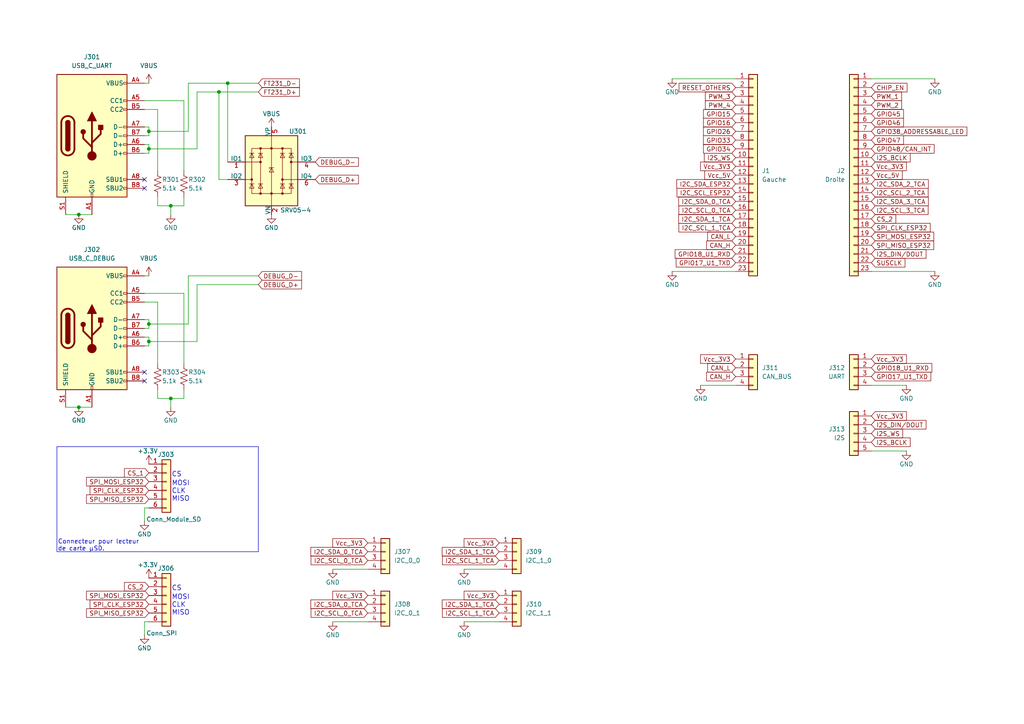
<source format=kicad_sch>
(kicad_sch (version 20231120) (generator "eeschema") (generator_version "8.0")
  (paper "A4")
  (lib_symbols
    (symbol "Connector:USB_C_Receptacle_USB2.0" (pin_names (offset 1.016))
      (property "Reference" "J" (at -10.16 19.05 0))
      (property "Value" "USB_C_Receptacle_USB2.0" (at 19.05 19.05 0))
      (symbol "USB_C_Receptacle_USB2.0_0_0"
        (rectangle (start -0.254 -17.78) (end 0.254 -16.764))
        (rectangle (start 10.16 -14.986) (end 9.144 -15.494))
        (rectangle (start 10.16 -12.446) (end 9.144 -12.954))
        (rectangle (start 10.16 -4.826) (end 9.144 -5.334))
        (rectangle (start 10.16 -2.286) (end 9.144 -2.794))
        (rectangle (start 10.16 0.254) (end 9.144 -0.254))
        (rectangle (start 10.16 2.794) (end 9.144 2.286))
        (rectangle (start 10.16 7.874) (end 9.144 7.366))
        (rectangle (start 10.16 10.414) (end 9.144 9.906))
        (rectangle (start 10.16 15.494) (end 9.144 14.986))
      )
      (symbol "USB_C_Receptacle_USB2.0_0_1"
        (rectangle (start -10.16 17.78) (end 10.16 -17.78) (stroke (width 0.254)) (fill (type background)))
        (arc (start -8.89 -3.81) (mid -6.985 -5.7067) (end -5.08 -3.81) (stroke (width 0.508)))
        (arc (start -7.62 -3.81) (mid -6.985 -4.4423) (end -6.35 -3.81) (stroke (width 0.254)))
        (arc (start -7.62 -3.81) (mid -6.985 -4.4423) (end -6.35 -3.81) (stroke (width 0.254)) (fill (type outline)))
        (rectangle (start -7.62 -3.81) (end -6.35 3.81) (stroke (width 0.254)) (fill (type outline)))
        (arc (start -6.35 3.81) (mid -6.985 4.4423) (end -7.62 3.81) (stroke (width 0.254)))
        (arc (start -6.35 3.81) (mid -6.985 4.4423) (end -7.62 3.81) (stroke (width 0.254)) (fill (type outline)))
        (arc (start -5.08 3.81) (mid -6.985 5.7067) (end -8.89 3.81) (stroke (width 0.508)))
        (circle (center -2.54 1.143) (radius 0.635) (stroke (width 0.254)) (fill (type outline)))
        (circle (center 0 -5.842) (radius 1.27) (fill (type outline)))
        (polyline (pts (xy -8.89 -3.81) (xy -8.89 3.81)) (stroke (width 0.508)))
        (polyline (pts (xy -5.08 3.81) (xy -5.08 -3.81)) (stroke (width 0.508)))
        (polyline (pts (xy 0 -5.842) (xy 0 4.318)) (stroke (width 0.508)))
        (polyline (pts (xy 0 -3.302) (xy -2.54 -0.762) (xy -2.54 0.508)) (stroke (width 0.508)))
        (polyline (pts (xy 0 -2.032) (xy 2.54 0.508) (xy 2.54 1.778)) (stroke (width 0.508)))
        (polyline (pts (xy -1.27 4.318) (xy 0 6.858) (xy 1.27 4.318) (xy -1.27 4.318)) (stroke (width 0.254)) (fill (type outline)))
        (rectangle (start 1.905 1.778) (end 3.175 3.048) (stroke (width 0.254)) (fill (type outline)))
      )
      (symbol "USB_C_Receptacle_USB2.0_1_1"
        (pin passive line (at 0 -22.86 90) (length 5.08) (name "GND") (number "A1"))
        (pin passive line (at 0 -22.86 90) (length 5.08) hide (name "GND") (number "A12"))
        (pin passive line (at 15.24 15.24 180) (length 5.08) (name "VBUS") (number "A4"))
        (pin bidirectional line (at 15.24 10.16 180) (length 5.08) (name "CC1") (number "A5"))
        (pin bidirectional line (at 15.24 -2.54 180) (length 5.08) (name "D+") (number "A6"))
        (pin bidirectional line (at 15.24 2.54 180) (length 5.08) (name "D-") (number "A7"))
        (pin bidirectional line (at 15.24 -12.7 180) (length 5.08) (name "SBU1") (number "A8"))
        (pin passive line (at 15.24 15.24 180) (length 5.08) hide (name "VBUS") (number "A9"))
        (pin passive line (at 0 -22.86 90) (length 5.08) hide (name "GND") (number "B1"))
        (pin passive line (at 0 -22.86 90) (length 5.08) hide (name "GND") (number "B12"))
        (pin passive line (at 15.24 15.24 180) (length 5.08) hide (name "VBUS") (number "B4"))
        (pin bidirectional line (at 15.24 7.62 180) (length 5.08) (name "CC2") (number "B5"))
        (pin bidirectional line (at 15.24 -5.08 180) (length 5.08) (name "D+") (number "B6"))
        (pin bidirectional line (at 15.24 0 180) (length 5.08) (name "D-") (number "B7"))
        (pin bidirectional line (at 15.24 -15.24 180) (length 5.08) (name "SBU2") (number "B8"))
        (pin passive line (at 15.24 15.24 180) (length 5.08) hide (name "VBUS") (number "B9"))
        (pin passive line (at -7.62 -22.86 90) (length 5.08) (name "SHIELD") (number "S1"))
      )
    )
    (symbol "Connector_Generic:Conn_01x04" (pin_names (offset 1.016) hide)
      (property "Reference" "J" (at 0 5.08 0))
      (property "Value" "Conn_01x04" (at 0 -7.62 0))
      (symbol "Conn_01x04_1_1"
        (rectangle (start -1.27 -4.953) (end 0 -5.207) (stroke (width 0.1524)))
        (rectangle (start -1.27 -2.413) (end 0 -2.667) (stroke (width 0.1524)))
        (rectangle (start -1.27 0.127) (end 0 -0.127) (stroke (width 0.1524)))
        (rectangle (start -1.27 2.667) (end 0 2.413) (stroke (width 0.1524)))
        (rectangle (start -1.27 3.81) (end 1.27 -6.35) (stroke (width 0.254)) (fill (type background)))
        (pin passive line (at -5.08 2.54 0) (length 3.81) (name "Pin_1") (number "1"))
        (pin passive line (at -5.08 0 0) (length 3.81) (name "Pin_2") (number "2"))
        (pin passive line (at -5.08 -2.54 0) (length 3.81) (name "Pin_3") (number "3"))
        (pin passive line (at -5.08 -5.08 0) (length 3.81) (name "Pin_4") (number "4"))
      )
    )
    (symbol "Connector_Generic:Conn_01x05" (pin_names (offset 1.016) hide)
      (property "Reference" "J" (at 0 7.62 0))
      (property "Value" "Conn_01x05" (at 0 -7.62 0))
      (symbol "Conn_01x05_1_1"
        (rectangle (start -1.27 -4.953) (end 0 -5.207) (stroke (width 0.1524)))
        (rectangle (start -1.27 -2.413) (end 0 -2.667) (stroke (width 0.1524)))
        (rectangle (start -1.27 0.127) (end 0 -0.127) (stroke (width 0.1524)))
        (rectangle (start -1.27 2.667) (end 0 2.413) (stroke (width 0.1524)))
        (rectangle (start -1.27 5.207) (end 0 4.953) (stroke (width 0.1524)))
        (rectangle (start -1.27 6.35) (end 1.27 -6.35) (stroke (width 0.254)) (fill (type background)))
        (pin passive line (at -5.08 5.08 0) (length 3.81) (name "Pin_1") (number "1"))
        (pin passive line (at -5.08 2.54 0) (length 3.81) (name "Pin_2") (number "2"))
        (pin passive line (at -5.08 0 0) (length 3.81) (name "Pin_3") (number "3"))
        (pin passive line (at -5.08 -2.54 0) (length 3.81) (name "Pin_4") (number "4"))
        (pin passive line (at -5.08 -5.08 0) (length 3.81) (name "Pin_5") (number "5"))
      )
    )
    (symbol "Connector_Generic:Conn_01x06" (pin_names (offset 1.016) hide)
      (property "Reference" "J" (at 0 7.62 0))
      (property "Value" "Conn_01x06" (at 0 -10.16 0))
      (symbol "Conn_01x06_1_1"
        (rectangle (start -1.27 -7.493) (end 0 -7.747) (stroke (width 0.1524)))
        (rectangle (start -1.27 -4.953) (end 0 -5.207) (stroke (width 0.1524)))
        (rectangle (start -1.27 -2.413) (end 0 -2.667) (stroke (width 0.1524)))
        (rectangle (start -1.27 0.127) (end 0 -0.127) (stroke (width 0.1524)))
        (rectangle (start -1.27 2.667) (end 0 2.413) (stroke (width 0.1524)))
        (rectangle (start -1.27 5.207) (end 0 4.953) (stroke (width 0.1524)))
        (rectangle (start -1.27 6.35) (end 1.27 -8.89) (stroke (width 0.254)) (fill (type background)))
        (pin passive line (at -5.08 5.08 0) (length 3.81) (name "Pin_1") (number "1"))
        (pin passive line (at -5.08 2.54 0) (length 3.81) (name "Pin_2") (number "2"))
        (pin passive line (at -5.08 0 0) (length 3.81) (name "Pin_3") (number "3"))
        (pin passive line (at -5.08 -2.54 0) (length 3.81) (name "Pin_4") (number "4"))
        (pin passive line (at -5.08 -5.08 0) (length 3.81) (name "Pin_5") (number "5"))
        (pin passive line (at -5.08 -7.62 0) (length 3.81) (name "Pin_6") (number "6"))
      )
    )
    (symbol "Connector_Generic:Conn_01x23" (pin_names (offset 1.016) hide)
      (property "Reference" "J" (at 0 30.48 0))
      (property "Value" "Conn_01x23" (at 0 -30.48 0))
      (symbol "Conn_01x23_1_1"
        (rectangle (start -1.27 -27.813) (end 0 -28.067) (stroke (width 0.1524)))
        (rectangle (start -1.27 -25.273) (end 0 -25.527) (stroke (width 0.1524)))
        (rectangle (start -1.27 -22.733) (end 0 -22.987) (stroke (width 0.1524)))
        (rectangle (start -1.27 -20.193) (end 0 -20.447) (stroke (width 0.1524)))
        (rectangle (start -1.27 -17.653) (end 0 -17.907) (stroke (width 0.1524)))
        (rectangle (start -1.27 -15.113) (end 0 -15.367) (stroke (width 0.1524)))
        (rectangle (start -1.27 -12.573) (end 0 -12.827) (stroke (width 0.1524)))
        (rectangle (start -1.27 -10.033) (end 0 -10.287) (stroke (width 0.1524)))
        (rectangle (start -1.27 -7.493) (end 0 -7.747) (stroke (width 0.1524)))
        (rectangle (start -1.27 -4.953) (end 0 -5.207) (stroke (width 0.1524)))
        (rectangle (start -1.27 -2.413) (end 0 -2.667) (stroke (width 0.1524)))
        (rectangle (start -1.27 0.127) (end 0 -0.127) (stroke (width 0.1524)))
        (rectangle (start -1.27 2.667) (end 0 2.413) (stroke (width 0.1524)))
        (rectangle (start -1.27 5.207) (end 0 4.953) (stroke (width 0.1524)))
        (rectangle (start -1.27 7.747) (end 0 7.493) (stroke (width 0.1524)))
        (rectangle (start -1.27 10.287) (end 0 10.033) (stroke (width 0.1524)))
        (rectangle (start -1.27 12.827) (end 0 12.573) (stroke (width 0.1524)))
        (rectangle (start -1.27 15.367) (end 0 15.113) (stroke (width 0.1524)))
        (rectangle (start -1.27 17.907) (end 0 17.653) (stroke (width 0.1524)))
        (rectangle (start -1.27 20.447) (end 0 20.193) (stroke (width 0.1524)))
        (rectangle (start -1.27 22.987) (end 0 22.733) (stroke (width 0.1524)))
        (rectangle (start -1.27 25.527) (end 0 25.273) (stroke (width 0.1524)))
        (rectangle (start -1.27 28.067) (end 0 27.813) (stroke (width 0.1524)))
        (rectangle (start -1.27 29.21) (end 1.27 -29.21) (stroke (width 0.254)) (fill (type background)))
        (pin passive line (at -5.08 27.94 0) (length 3.81) (name "Pin_1") (number "1"))
        (pin passive line (at -5.08 5.08 0) (length 3.81) (name "Pin_10") (number "10"))
        (pin passive line (at -5.08 2.54 0) (length 3.81) (name "Pin_11") (number "11"))
        (pin passive line (at -5.08 0 0) (length 3.81) (name "Pin_12") (number "12"))
        (pin passive line (at -5.08 -2.54 0) (length 3.81) (name "Pin_13") (number "13"))
        (pin passive line (at -5.08 -5.08 0) (length 3.81) (name "Pin_14") (number "14"))
        (pin passive line (at -5.08 -7.62 0) (length 3.81) (name "Pin_15") (number "15"))
        (pin passive line (at -5.08 -10.16 0) (length 3.81) (name "Pin_16") (number "16"))
        (pin passive line (at -5.08 -12.7 0) (length 3.81) (name "Pin_17") (number "17"))
        (pin passive line (at -5.08 -15.24 0) (length 3.81) (name "Pin_18") (number "18"))
        (pin passive line (at -5.08 -17.78 0) (length 3.81) (name "Pin_19") (number "19"))
        (pin passive line (at -5.08 25.4 0) (length 3.81) (name "Pin_2") (number "2"))
        (pin passive line (at -5.08 -20.32 0) (length 3.81) (name "Pin_20") (number "20"))
        (pin passive line (at -5.08 -22.86 0) (length 3.81) (name "Pin_21") (number "21"))
        (pin passive line (at -5.08 -25.4 0) (length 3.81) (name "Pin_22") (number "22"))
        (pin passive line (at -5.08 -27.94 0) (length 3.81) (name "Pin_23") (number "23"))
        (pin passive line (at -5.08 22.86 0) (length 3.81) (name "Pin_3") (number "3"))
        (pin passive line (at -5.08 20.32 0) (length 3.81) (name "Pin_4") (number "4"))
        (pin passive line (at -5.08 17.78 0) (length 3.81) (name "Pin_5") (number "5"))
        (pin passive line (at -5.08 15.24 0) (length 3.81) (name "Pin_6") (number "6"))
        (pin passive line (at -5.08 12.7 0) (length 3.81) (name "Pin_7") (number "7"))
        (pin passive line (at -5.08 10.16 0) (length 3.81) (name "Pin_8") (number "8"))
        (pin passive line (at -5.08 7.62 0) (length 3.81) (name "Pin_9") (number "9"))
      )
    )
    (symbol "Device:R_US" (pin_numbers hide) (pin_names (offset 0))
      (property "Reference" "R" (at 2.54 0 90))
      (property "Value" "R_US" (at -2.54 0 90))
      (symbol "R_US_0_1"
        (polyline (pts (xy 0 -2.286) (xy 0 -2.54)))
        (polyline (pts (xy 0 2.286) (xy 0 2.54)))
        (polyline (pts (xy 0 -0.762) (xy 1.016 -1.143) (xy 0 -1.524) (xy -1.016 -1.905) (xy 0 -2.286)))
        (polyline (pts (xy 0 0.762) (xy 1.016 0.381) (xy 0 0) (xy -1.016 -0.381) (xy 0 -0.762)))
        (polyline (pts (xy 0 2.286) (xy 1.016 1.905) (xy 0 1.524) (xy -1.016 1.143) (xy 0 0.762)))
      )
      (symbol "R_US_1_1"
        (pin passive line (at 0 3.81 270) (length 1.27) (name "~") (number "1"))
        (pin passive line (at 0 -3.81 90) (length 1.27) (name "~") (number "2"))
      )
    )
    (symbol "GND_1" (power) (pin_numbers hide) (pin_names (offset 0) hide)
      (property "Value" "GND" (at 0 -3.81 0))
      (symbol "GND_1_0_1"
        (polyline (pts (xy 0 0) (xy 0 -1.27) (xy 1.27 -1.27) (xy 0 -2.54) (xy -1.27 -1.27) (xy 0 -1.27)))
      )
      (symbol "GND_1_1_1"
        (pin power_in line (at 0 0 270) (length 0) (name "~") (number "1"))
      )
    )
    (symbol "Power_Protection:SRV05-4" (pin_names (offset 0))
      (property "Reference" "U" (at -5.08 11.43 0))
      (property "Value" "SRV05-4" (at 2.54 11.43 0))
      (symbol "SRV05-4_0_0"
        (rectangle (start -5.715 6.477) (end 5.715 -6.604))
        (polyline (pts (xy -3.175 -6.604) (xy -3.175 6.477)))
        (polyline (pts (xy 3.175 6.477) (xy 3.175 -6.604)))
      )
      (symbol "SRV05-4_0_1"
        (rectangle (start -7.62 10.16) (end 7.62 -10.16) (stroke (width 0.254)) (fill (type background)))
        (circle (center -5.715 -2.54) (radius 0.2794) (fill (type outline)))
        (circle (center -3.175 -6.604) (radius 0.2794) (fill (type outline)))
        (circle (center -3.175 2.54) (radius 0.2794) (fill (type outline)))
        (circle (center -3.175 6.477) (radius 0.2794) (fill (type outline)))
        (circle (center 0 -6.604) (radius 0.2794) (fill (type outline)))
        (polyline (pts (xy -7.747 2.54) (xy -3.175 2.54)))
        (polyline (pts (xy -7.62 -2.54) (xy -5.715 -2.54)))
        (polyline (pts (xy -5.08 -3.81) (xy -6.35 -3.81)))
        (polyline (pts (xy -5.08 5.08) (xy -6.35 5.08)))
        (polyline (pts (xy -2.54 -3.81) (xy -3.81 -3.81)))
        (polyline (pts (xy -2.54 5.08) (xy -3.81 5.08)))
        (polyline (pts (xy 0 10.16) (xy 0 -10.16)))
        (polyline (pts (xy 3.81 -3.81) (xy 2.54 -3.81)))
        (polyline (pts (xy 3.81 5.08) (xy 2.54 5.08)))
        (polyline (pts (xy 6.35 -3.81) (xy 5.08 -3.81)))
        (polyline (pts (xy 6.35 5.08) (xy 5.08 5.08)))
        (polyline (pts (xy 7.62 -2.54) (xy 3.175 -2.54)))
        (polyline (pts (xy 7.62 2.54) (xy 5.715 2.54)))
        (polyline (pts (xy 0.635 0.889) (xy -0.635 0.889) (xy -0.635 0.635)))
        (polyline (pts (xy -5.08 -5.08) (xy -6.35 -5.08) (xy -5.715 -3.81) (xy -5.08 -5.08)))
        (polyline (pts (xy -5.08 3.81) (xy -6.35 3.81) (xy -5.715 5.08) (xy -5.08 3.81)))
        (polyline (pts (xy -2.54 -5.08) (xy -3.81 -5.08) (xy -3.175 -3.81) (xy -2.54 -5.08)))
        (polyline (pts (xy -2.54 3.81) (xy -3.81 3.81) (xy -3.175 5.08) (xy -2.54 3.81)))
        (polyline (pts (xy 0.635 -0.381) (xy -0.635 -0.381) (xy 0 0.889) (xy 0.635 -0.381)))
        (polyline (pts (xy 3.81 -5.08) (xy 2.54 -5.08) (xy 3.175 -3.81) (xy 3.81 -5.08)))
        (polyline (pts (xy 3.81 3.81) (xy 2.54 3.81) (xy 3.175 5.08) (xy 3.81 3.81)))
        (polyline (pts (xy 6.35 -5.08) (xy 5.08 -5.08) (xy 5.715 -3.81) (xy 6.35 -5.08)))
        (polyline (pts (xy 6.35 3.81) (xy 5.08 3.81) (xy 5.715 5.08) (xy 6.35 3.81)))
        (circle (center 0 6.477) (radius 0.2794) (fill (type outline)))
        (circle (center 3.175 -6.604) (radius 0.2794) (fill (type outline)))
        (circle (center 3.175 -2.54) (radius 0.2794) (fill (type outline)))
        (circle (center 3.175 6.477) (radius 0.2794) (fill (type outline)))
        (circle (center 5.715 2.54) (radius 0.2794) (fill (type outline)))
      )
      (symbol "SRV05-4_1_1"
        (pin passive line (at -12.7 2.54 0) (length 5.08) (name "IO1") (number "1"))
        (pin passive line (at 0 -12.7 90) (length 2.54) (name "VN") (number "2"))
        (pin passive line (at -12.7 -2.54 0) (length 5.08) (name "IO2") (number "3"))
        (pin passive line (at 12.7 2.54 180) (length 5.08) (name "IO3") (number "4"))
        (pin passive line (at 0 12.7 270) (length 2.54) (name "VP") (number "5"))
        (pin passive line (at 12.7 -2.54 180) (length 5.08) (name "IO4") (number "6"))
      )
    )
    (symbol "power:+3.3V" (power) (pin_numbers hide) (pin_names (offset 0) hide)
      (property "Value" "+3.3V" (at 0 3.556 0))
      (symbol "+3.3V_0_1"
        (polyline (pts (xy -0.762 1.27) (xy 0 2.54)))
        (polyline (pts (xy 0 0) (xy 0 2.54)))
        (polyline (pts (xy 0 2.54) (xy 0.762 1.27)))
      )
      (symbol "+3.3V_1_1"
        (pin power_in line (at 0 0 90) (length 0) (name "~") (number "1"))
      )
    )
    (symbol "power:GND" (power) (pin_names (offset 0))
      (property "Value" "GND" (at 0 -3.81 0))
      (symbol "GND_0_1"
        (polyline (pts (xy 0 0) (xy 0 -1.27) (xy 1.27 -1.27) (xy 0 -2.54) (xy -1.27 -1.27) (xy 0 -1.27)))
      )
      (symbol "GND_1_1"
        (pin power_in line (at 0 0 270) (length 0) hide (name "GND") (number "1"))
      )
    )
    (symbol "power:VBUS" (power) (pin_names (offset 0))
      (property "Value" "VBUS" (at 0 3.81 0))
      (symbol "VBUS_0_1"
        (polyline (pts (xy -0.762 1.27) (xy 0 2.54)))
        (polyline (pts (xy 0 0) (xy 0 2.54)))
        (polyline (pts (xy 0 2.54) (xy 0.762 1.27)))
      )
      (symbol "VBUS_1_1"
        (pin power_in line (at 0 0 90) (length 0) hide (name "VBUS") (number "1"))
      )
    )
  )
  (junction (at 43.18 38.1))
  (junction (at 49.53 59.69))
  (junction (at 43.18 43.18))
  (junction (at 43.18 93.98))
  (junction (at 22.86 118.11))
  (junction (at 66.04 24.13))
  (junction (at 49.53 115.57))
  (junction (at 22.86 62.23))
  (junction (at 43.18 99.06))
  (junction (at 63.5 26.67))
  (no_connect (at 41.91 52.07))
  (no_connect (at 41.91 54.61))
  (no_connect (at 41.91 107.95))
  (no_connect (at 41.91 110.49))
  (wire (pts (xy 41.91 85.09) (xy 53.34 85.09)))
  (wire (pts (xy 134.62 180.34) (xy 144.78 180.34)))
  (wire (pts (xy 41.91 97.79) (xy 43.18 97.79)))
  (wire (pts (xy 203.2 111.76) (xy 213.36 111.76)))
  (wire (pts (xy 54.61 24.13) (xy 66.04 24.13)))
  (wire (pts (xy 41.91 100.33) (xy 43.18 100.33)))
  (wire (pts (xy 252.73 78.74) (xy 271.145 78.74)))
  (wire (pts (xy 43.18 93.98) (xy 54.61 93.98)))
  (wire (pts (xy 41.91 31.75) (xy 45.72 31.75)))
  (wire (pts (xy 41.91 87.63) (xy 45.72 87.63)))
  (wire (pts (xy 53.34 115.57) (xy 49.53 115.57)))
  (wire (pts (xy 194.945 78.74) (xy 213.36 78.74)))
  (wire (pts (xy 66.04 24.13) (xy 74.93 24.13)))
  (wire (pts (xy 57.15 43.18) (xy 57.15 26.67)))
  (wire (pts (xy 43.18 99.06) (xy 43.18 100.33)))
  (wire (pts (xy 43.18 93.98) (xy 43.18 95.25)))
  (wire (pts (xy 43.18 38.1) (xy 43.18 39.37)))
  (wire (pts (xy 45.72 59.69) (xy 49.53 59.69)))
  (wire (pts (xy 53.34 57.15) (xy 53.34 59.69)))
  (wire (pts (xy 66.04 52.07) (xy 63.5 52.07)))
  (wire (pts (xy 53.34 59.69) (xy 49.53 59.69)))
  (wire (pts (xy 43.18 180.34) (xy 41.91 180.34)))
  (wire (pts (xy 41.91 95.25) (xy 43.18 95.25)))
  (wire (pts (xy 262.89 130.81) (xy 252.73 130.81)))
  (wire (pts (xy 45.72 87.63) (xy 45.72 105.41)))
  (wire (pts (xy 45.72 113.03) (xy 45.72 115.57)))
  (wire (pts (xy 54.61 93.98) (xy 54.61 80.01)))
  (wire (pts (xy 262.89 111.76) (xy 252.73 111.76)))
  (wire (pts (xy 43.18 43.18) (xy 57.15 43.18)))
  (wire (pts (xy 22.86 62.23) (xy 26.67 62.23)))
  (wire (pts (xy 22.86 62.23) (xy 19.05 62.23)))
  (wire (pts (xy 43.18 97.79) (xy 43.18 99.06)))
  (wire (pts (xy 22.86 118.11) (xy 19.05 118.11)))
  (wire (pts (xy 53.34 29.21) (xy 53.34 49.53)))
  (wire (pts (xy 49.53 115.57) (xy 49.53 118.11)))
  (wire (pts (xy 41.91 80.01) (xy 43.18 80.01)))
  (wire (pts (xy 54.61 80.01) (xy 74.93 80.01)))
  (wire (pts (xy 43.18 36.83) (xy 43.18 38.1)))
  (wire (pts (xy 41.91 44.45) (xy 43.18 44.45)))
  (wire (pts (xy 213.36 22.86) (xy 194.945 22.86)))
  (wire (pts (xy 43.18 41.91) (xy 43.18 43.18)))
  (wire (pts (xy 41.91 29.21) (xy 53.34 29.21)))
  (wire (pts (xy 96.52 180.34) (xy 106.68 180.34)))
  (wire (pts (xy 43.18 99.06) (xy 57.15 99.06)))
  (wire (pts (xy 41.91 92.71) (xy 43.18 92.71)))
  (wire (pts (xy 57.15 26.67) (xy 63.5 26.67)))
  (wire (pts (xy 43.18 147.32) (xy 41.91 147.32)))
  (wire (pts (xy 57.15 99.06) (xy 57.15 82.55)))
  (wire (pts (xy 96.52 165.1) (xy 106.68 165.1)))
  (wire (pts (xy 54.61 38.1) (xy 54.61 24.13)))
  (wire (pts (xy 45.72 115.57) (xy 49.53 115.57)))
  (wire (pts (xy 22.86 118.11) (xy 26.67 118.11)))
  (wire (pts (xy 45.72 31.75) (xy 45.72 49.53)))
  (wire (pts (xy 41.91 180.34) (xy 41.91 184.15)))
  (wire (pts (xy 45.72 57.15) (xy 45.72 59.69)))
  (wire (pts (xy 41.91 24.13) (xy 43.18 24.13)))
  (wire (pts (xy 43.18 43.18) (xy 43.18 44.45)))
  (wire (pts (xy 41.91 39.37) (xy 43.18 39.37)))
  (wire (pts (xy 41.91 41.91) (xy 43.18 41.91)))
  (wire (pts (xy 63.5 26.67) (xy 74.93 26.67)))
  (wire (pts (xy 252.73 22.86) (xy 271.145 22.86)))
  (wire (pts (xy 66.04 46.99) (xy 66.04 24.13)))
  (wire (pts (xy 41.91 36.83) (xy 43.18 36.83)))
  (wire (pts (xy 134.62 165.1) (xy 144.78 165.1)))
  (wire (pts (xy 41.91 147.32) (xy 41.91 151.13)))
  (wire (pts (xy 57.15 82.55) (xy 74.93 82.55)))
  (wire (pts (xy 43.18 38.1) (xy 54.61 38.1)))
  (wire (pts (xy 63.5 52.07) (xy 63.5 26.67)))
  (wire (pts (xy 53.34 85.09) (xy 53.34 105.41)))
  (wire (pts (xy 53.34 113.03) (xy 53.34 115.57)))
  (wire (pts (xy 49.53 59.69) (xy 49.53 62.23)))
  (wire (pts (xy 43.18 92.71) (xy 43.18 93.98)))
  (rectangle (start 16.51 129.54) (end 74.93 160.02))
  (text "CS" (at 49.784 137.668 0) (effects (font (size 1.4 1.4)) (justify left)))
  (text "CS" (at 49.784 170.688 0) (effects (font (size 1.4 1.4)) (justify left)))
  (text "Connecteur pour lecteur\nde carte µSD." (at 16.764 158.242 0) (effects (font (size 1.27 1.27)) (justify left)))
  (text "MOSI\nCLK\nMISO" (at 49.784 142.494 0) (effects (font (size 1.4 1.4)) (justify left)))
  (text "MOSI\nCLK\nMISO" (at 49.784 175.514 0) (effects (font (size 1.4 1.4)) (justify left)))
  (global_label "I2C_SCL_3_TCA" (shape input) (at 252.73 60.96 0) (property "Intersheetrefs" "${INTERSHEET_REFS}" (effects (hide yes))))
  (global_label "I2S_WS" (shape input) (at 252.73 125.73 0) (property "Intersheetrefs" "${INTERSHEET_REFS}" (effects (hide yes))))
  (global_label "I2C_SCL_0_TCA" (shape input) (at 106.68 177.8 180) (property "Intersheetrefs" "${INTERSHEET_REFS}" (effects (hide yes))))
  (global_label "Vcc_3V3" (shape input) (at 144.78 172.72 180) (property "Intersheetrefs" "${INTERSHEET_REFS}" (effects (hide yes))))
  (global_label "PWM_2" (shape input) (at 252.73 30.48 0) (property "Intersheetrefs" "${INTERSHEET_REFS}" (effects (hide yes))))
  (global_label "GPIO38_ADDRESSABLE_LED" (shape input) (at 252.73 38.1 0) (property "Intersheetrefs" "${INTERSHEET_REFS}" (effects (hide yes))))
  (global_label "I2S_BCLK" (shape input) (at 252.73 128.27 0) (property "Intersheetrefs" "${INTERSHEET_REFS}" (effects (hide yes))))
  (global_label "I2S_DIN{slash}DOUT" (shape input) (at 252.73 73.66 0) (property "Intersheetrefs" "${INTERSHEET_REFS}" (effects (hide yes))))
  (global_label "Vcc_3V3" (shape input) (at 106.68 157.48 180) (property "Intersheetrefs" "${INTERSHEET_REFS}" (effects (hide yes))))
  (global_label "Vcc_5V" (shape input) (at 252.73 50.8 0) (property "Intersheetrefs" "${INTERSHEET_REFS}" (effects (hide yes))))
  (global_label "I2C_SDA_1_TCA" (shape input) (at 213.36 63.5 180) (property "Intersheetrefs" "${INTERSHEET_REFS}" (effects (hide yes))))
  (global_label "GPIO47" (shape input) (at 252.73 40.64 0) (property "Intersheetrefs" "${INTERSHEET_REFS}" (effects (hide yes))))
  (global_label "PWM_1" (shape input) (at 252.73 27.94 0) (property "Intersheetrefs" "${INTERSHEET_REFS}" (effects (hide yes))))
  (global_label "Vcc_3V3" (shape input) (at 106.68 172.72 180) (property "Intersheetrefs" "${INTERSHEET_REFS}" (effects (hide yes))))
  (global_label "I2C_SDA_0_TCA" (shape input) (at 213.36 58.42 180) (property "Intersheetrefs" "${INTERSHEET_REFS}" (effects (hide yes))))
  (global_label "Vcc_3V3" (shape input) (at 252.73 104.14 0) (property "Intersheetrefs" "${INTERSHEET_REFS}" (effects (hide yes))))
  (global_label "CS_2" (shape input) (at 252.73 63.5 0) (property "Intersheetrefs" "${INTERSHEET_REFS}" (effects (hide yes))))
  (global_label "SPI_MISO_ESP32" (shape input) (at 43.18 144.78 180) (property "Intersheetrefs" "${INTERSHEET_REFS}" (effects (hide yes))))
  (global_label "I2C_SCL_ESP32" (shape input) (at 213.36 55.88 180) (property "Intersheetrefs" "${INTERSHEET_REFS}" (effects (hide yes))))
  (global_label "Vcc_3V3" (shape input) (at 144.78 157.48 180) (property "Intersheetrefs" "${INTERSHEET_REFS}" (effects (hide yes))))
  (global_label "FT231_D+" (shape input) (at 74.93 26.67 0) (property "Intersheetrefs" "${INTERSHEET_REFS}" (effects (hide yes))))
  (global_label "I2C_SDA_0_TCA" (shape input) (at 106.68 175.26 180) (property "Intersheetrefs" "${INTERSHEET_REFS}" (effects (hide yes))))
  (global_label "SPI_CLK_ESP32" (shape input) (at 252.73 66.04 0) (property "Intersheetrefs" "${INTERSHEET_REFS}" (effects (hide yes))))
  (global_label "CS_1" (shape input) (at 43.18 137.16 180) (property "Intersheetrefs" "${INTERSHEET_REFS}" (effects (hide yes))))
  (global_label "I2C_SDA_ESP32" (shape input) (at 213.36 53.34 180) (property "Intersheetrefs" "${INTERSHEET_REFS}" (effects (hide yes))))
  (global_label "DEBUG_D-" (shape input) (at 91.44 46.99 0) (property "Intersheetrefs" "${INTERSHEET_REFS}" (effects (hide yes))))
  (global_label "I2C_SDA_2_TCA" (shape input) (at 252.73 53.34 0) (property "Intersheetrefs" "${INTERSHEET_REFS}" (effects (hide yes))))
  (global_label "I2C_SDA_1_TCA" (shape input) (at 144.78 175.26 180) (property "Intersheetrefs" "${INTERSHEET_REFS}" (effects (hide yes))))
  (global_label "FT231_D-" (shape input) (at 74.93 24.13 0) (property "Intersheetrefs" "${INTERSHEET_REFS}" (effects (hide yes))))
  (global_label "GPIO46" (shape input) (at 252.73 35.56 0) (property "Intersheetrefs" "${INTERSHEET_REFS}" (effects (hide yes))))
  (global_label "SPI_MOSI_ESP32" (shape input) (at 43.18 139.7 180) (property "Intersheetrefs" "${INTERSHEET_REFS}" (effects (hide yes))))
  (global_label "I2C_SDA_0_TCA" (shape input) (at 106.68 160.02 180) (property "Intersheetrefs" "${INTERSHEET_REFS}" (effects (hide yes))))
  (global_label "I2C_SCL_1_TCA" (shape input) (at 144.78 162.56 180) (property "Intersheetrefs" "${INTERSHEET_REFS}" (effects (hide yes))))
  (global_label "SUSCLK" (shape input) (at 252.73 76.2 0) (property "Intersheetrefs" "${INTERSHEET_REFS}" (effects (hide yes))))
  (global_label "SPI_CLK_ESP32" (shape input) (at 43.18 142.24 180) (property "Intersheetrefs" "${INTERSHEET_REFS}" (effects (hide yes))))
  (global_label "CAN_H" (shape input) (at 213.36 109.22 180) (property "Intersheetrefs" "${INTERSHEET_REFS}" (effects (hide yes))))
  (global_label "SPI_MOSI_ESP32" (shape input) (at 252.73 68.58 0) (property "Intersheetrefs" "${INTERSHEET_REFS}" (effects (hide yes))))
  (global_label "GPIO34" (shape input) (at 213.36 43.18 180) (property "Intersheetrefs" "${INTERSHEET_REFS}" (effects (hide yes))))
  (global_label "GPIO18_U1_RXD" (shape input) (at 252.73 106.68 0) (property "Intersheetrefs" "${INTERSHEET_REFS}" (effects (hide yes))))
  (global_label "I2C_SCL_0_TCA" (shape input) (at 213.36 60.96 180) (property "Intersheetrefs" "${INTERSHEET_REFS}" (effects (hide yes))))
  (global_label "GPIO48{slash}CAN_INT" (shape input) (at 252.73 43.18 0) (property "Intersheetrefs" "${INTERSHEET_REFS}" (effects (hide yes))))
  (global_label "I2C_SCL_1_TCA" (shape input) (at 213.36 66.04 180) (property "Intersheetrefs" "${INTERSHEET_REFS}" (effects (hide yes))))
  (global_label "Vcc_3V3" (shape input) (at 252.73 48.26 0) (property "Intersheetrefs" "${INTERSHEET_REFS}" (effects (hide yes))))
  (global_label "SPI_MISO_ESP32" (shape input) (at 43.18 177.8 180) (property "Intersheetrefs" "${INTERSHEET_REFS}" (effects (hide yes))))
  (global_label "CHIP_EN" (shape input) (at 252.73 25.4 0) (property "Intersheetrefs" "${INTERSHEET_REFS}" (effects (hide yes))))
  (global_label "GPIO26" (shape input) (at 213.36 38.1 180) (property "Intersheetrefs" "${INTERSHEET_REFS}" (effects (hide yes))))
  (global_label "DEBUG_D-" (shape input) (at 74.93 80.01 0) (property "Intersheetrefs" "${INTERSHEET_REFS}" (effects (hide yes))))
  (global_label "I2C_SCL_2_TCA" (shape input) (at 252.73 55.88 0) (property "Intersheetrefs" "${INTERSHEET_REFS}" (effects (hide yes))))
  (global_label "CAN_L" (shape input) (at 213.36 68.58 180) (property "Intersheetrefs" "${INTERSHEET_REFS}" (effects (hide yes))))
  (global_label "SPI_MOSI_ESP32" (shape input) (at 43.18 172.72 180) (property "Intersheetrefs" "${INTERSHEET_REFS}" (effects (hide yes))))
  (global_label "I2S_DIN{slash}DOUT" (shape input) (at 252.73 123.19 0) (property "Intersheetrefs" "${INTERSHEET_REFS}" (effects (hide yes))))
  (global_label "GPIO33" (shape input) (at 213.36 40.64 180) (property "Intersheetrefs" "${INTERSHEET_REFS}" (effects (hide yes))))
  (global_label "GPIO17_U1_TXD" (shape input) (at 213.36 76.2 180) (property "Intersheetrefs" "${INTERSHEET_REFS}" (effects (hide yes))))
  (global_label "CAN_H" (shape input) (at 213.36 71.12 180) (property "Intersheetrefs" "${INTERSHEET_REFS}" (effects (hide yes))))
  (global_label "Vcc_3V3" (shape input) (at 252.73 120.65 0) (property "Intersheetrefs" "${INTERSHEET_REFS}" (effects (hide yes))))
  (global_label "GPIO18_U1_RXD" (shape input) (at 213.36 73.66 180) (property "Intersheetrefs" "${INTERSHEET_REFS}" (effects (hide yes))))
  (global_label "SPI_MISO_ESP32" (shape input) (at 252.73 71.12 0) (property "Intersheetrefs" "${INTERSHEET_REFS}" (effects (hide yes))))
  (global_label "DEBUG_D+" (shape input) (at 91.44 52.07 0) (property "Intersheetrefs" "${INTERSHEET_REFS}" (effects (hide yes))))
  (global_label "SPI_CLK_ESP32" (shape input) (at 43.18 175.26 180) (property "Intersheetrefs" "${INTERSHEET_REFS}" (effects (hide yes))))
  (global_label "I2S_WS" (shape input) (at 213.36 45.72 180) (property "Intersheetrefs" "${INTERSHEET_REFS}" (effects (hide yes))))
  (global_label "RESET_OTHERS" (shape input) (at 213.36 25.4 180) (property "Intersheetrefs" "${INTERSHEET_REFS}" (effects (hide yes))))
  (global_label "Vcc_3V3" (shape input) (at 213.36 48.26 180) (property "Intersheetrefs" "${INTERSHEET_REFS}" (effects (hide yes))))
  (global_label "GPIO15" (shape input) (at 213.36 33.02 180) (property "Intersheetrefs" "${INTERSHEET_REFS}" (effects (hide yes))))
  (global_label "I2S_BCLK" (shape input) (at 252.73 45.72 0) (property "Intersheetrefs" "${INTERSHEET_REFS}" (effects (hide yes))))
  (global_label "CAN_L" (shape input) (at 213.36 106.68 180) (property "Intersheetrefs" "${INTERSHEET_REFS}" (effects (hide yes))))
  (global_label "I2C_SCL_0_TCA" (shape input) (at 106.68 162.56 180) (property "Intersheetrefs" "${INTERSHEET_REFS}" (effects (hide yes))))
  (global_label "GPIO17_U1_TXD" (shape input) (at 252.73 109.22 0) (property "Intersheetrefs" "${INTERSHEET_REFS}" (effects (hide yes))))
  (global_label "DEBUG_D+" (shape input) (at 74.93 82.55 0) (property "Intersheetrefs" "${INTERSHEET_REFS}" (effects (hide yes))))
  (global_label "Vcc_5V" (shape input) (at 213.36 50.8 180) (property "Intersheetrefs" "${INTERSHEET_REFS}" (effects (hide yes))))
  (global_label "CS_2" (shape input) (at 43.18 170.18 180) (property "Intersheetrefs" "${INTERSHEET_REFS}" (effects (hide yes))))
  (global_label "GPIO16" (shape input) (at 213.36 35.56 180) (property "Intersheetrefs" "${INTERSHEET_REFS}" (effects (hide yes))))
  (global_label "Vcc_3V3" (shape input) (at 213.36 104.14 180) (property "Intersheetrefs" "${INTERSHEET_REFS}" (effects (hide yes))))
  (global_label "I2C_SDA_3_TCA" (shape input) (at 252.73 58.42 0) (property "Intersheetrefs" "${INTERSHEET_REFS}" (effects (hide yes))))
  (global_label "PWM_3" (shape input) (at 213.36 27.94 180) (property "Intersheetrefs" "${INTERSHEET_REFS}" (effects (hide yes))))
  (global_label "I2C_SCL_1_TCA" (shape input) (at 144.78 177.8 180) (property "Intersheetrefs" "${INTERSHEET_REFS}" (effects (hide yes))))
  (global_label "I2C_SDA_1_TCA" (shape input) (at 144.78 160.02 180) (property "Intersheetrefs" "${INTERSHEET_REFS}" (effects (hide yes))))
  (global_label "GPIO45" (shape input) (at 252.73 33.02 0) (property "Intersheetrefs" "${INTERSHEET_REFS}" (effects (hide yes))))
  (global_label "PWM_4" (shape input) (at 213.36 30.48 180) (property "Intersheetrefs" "${INTERSHEET_REFS}" (effects (hide yes))))
  (symbol (lib_id "Connector_Generic:Conn_01x04") (at 247.65 106.68 0) (mirror y) (unit 1)
    (property "Reference" "J312" (at 245.11 106.6799 0) (effects (justify left)))
    (property "Value" "UART" (at 245.11 109.2199 0) (effects (justify left)))
    (property "Footprint" "Connector_PinHeader_2.54mm:PinHeader_1x04_P2.54mm_Vertical" (effects (hide yes)))
    (property "Description" "Generic connector, single row, 01x04, script generated (kicad-library-utils/schlib/autogen/connector/)" (effects (hide yes)))
  )
  (symbol (lib_id "Device:R_US") (at 45.72 53.34 0) (unit 1)
    (property "Reference" "R301" (at 46.99 52.07 0) (effects (justify left)))
    (property "Value" "5.1k" (at 46.99 54.61 0) (effects (justify left)))
    (property "Footprint" "Resistor_SMD:R_0805_2012Metric_Pad1.20x1.40mm_HandSolder" (effects (hide yes)))
  )
  (symbol (lib_id "Connector_Generic:Conn_01x05") (at 247.65 125.73 0) (mirror y) (unit 1)
    (property "Reference" "J313" (at 245.11 124.4599 0) (effects (justify left)))
    (property "Value" "I2S" (at 245.11 126.9999 0) (effects (justify left)))
    (property "Footprint" "Connector_PinHeader_2.54mm:PinHeader_1x05_P2.54mm_Vertical" (effects (hide yes)))
    (property "Description" "Generic connector, single row, 01x05, script generated (kicad-library-utils/schlib/autogen/connector/)" (effects (hide yes)))
  )
  (symbol (lib_id "power:GND") (at 22.86 118.11 0) (unit 1)
    (property "Reference" "#PWR0306" (effects (hide yes)))
    (property "Value" "GND" (at 22.86 121.92 0))
  )
  (symbol (lib_name "GND_1") (lib_id "power:GND") (at 96.52 165.1 0) (unit 1)
    (property "Reference" "#PWR0320" (effects (hide yes)))
    (property "Value" "GND" (at 96.52 168.91 0))
    (property "Description" "Power symbol creates a global label with name \"GND\" , ground" (effects (hide yes)))
  )
  (symbol (lib_id "Connector_Generic:Conn_01x23") (at 218.44 50.8 0) (unit 1)
    (property "Reference" "J1" (at 220.98 49.5299 0) (effects (justify left)))
    (property "Value" "Gauche" (at 220.98 52.0699 0) (effects (justify left)))
    (property "Footprint" "Connector_PinHeader_2.54mm:PinHeader_1x23_P2.54mm_Vertical_SMD_Pin1Left" (effects (hide yes)))
    (property "Description" "Generic connector, single row, 01x23, script generated (kicad-library-utils/schlib/autogen/connector/)" (effects (hide yes)))
  )
  (symbol (lib_id "Power_Protection:SRV05-4") (at 78.74 49.53 0) (unit 1)
    (property "Reference" "U301" (at 83.82 38.1 0) (effects (justify left)))
    (property "Value" "SRV05-4" (at 81.28 60.96 0) (effects (justify left)))
    (property "Footprint" "Package_TO_SOT_SMD:SOT-23-6" (effects (hide yes)))
    (property "Datasheet" "http://www.onsemi.com/pub/Collateral/SRV05-4-D.PDF" (effects (hide yes)))
  )
  (symbol (lib_id "Connector_Generic:Conn_01x04") (at 149.86 160.02 0) (unit 1)
    (property "Reference" "J309" (at 152.4 160.0199 0) (effects (justify left)))
    (property "Value" "I2C_1_0" (at 152.4 162.5599 0) (effects (justify left)))
    (property "Footprint" "Connector_PinHeader_2.54mm:PinHeader_1x04_P2.54mm_Vertical" (effects (hide yes)))
    (property "Description" "Generic connector, single row, 01x04, script generated (kicad-library-utils/schlib/autogen/connector/)" (effects (hide yes)))
  )
  (symbol (lib_name "GND_1") (lib_id "power:GND") (at 271.145 22.86 0) (unit 1)
    (property "Reference" "#PWR0315" (effects (hide yes)))
    (property "Value" "GND" (at 271.145 26.67 0))
    (property "Description" "Power symbol creates a global label with name \"GND\" , ground" (effects (hide yes)))
  )
  (symbol (lib_name "GND_1") (lib_id "power:GND") (at 262.89 130.81 0) (mirror y) (unit 1)
    (property "Reference" "#PWR0325" (effects (hide yes)))
    (property "Value" "GND" (at 262.89 134.62 0))
    (property "Description" "Power symbol creates a global label with name \"GND\" , ground" (effects (hide yes)))
  )
  (symbol (lib_name "GND_1") (lib_id "power:GND") (at 134.62 165.1 0) (unit 1)
    (property "Reference" "#PWR0321" (effects (hide yes)))
    (property "Value" "GND" (at 134.62 168.91 0))
    (property "Description" "Power symbol creates a global label with name \"GND\" , ground" (effects (hide yes)))
  )
  (symbol (lib_id "power:GND") (at 49.53 62.23 0) (unit 1)
    (property "Reference" "#PWR0303" (effects (hide yes)))
    (property "Value" "GND" (at 49.53 66.04 0))
  )
  (symbol (lib_name "GND_1") (lib_id "power:GND") (at 194.945 78.74 0) (unit 1)
    (property "Reference" "#PWR0313" (effects (hide yes)))
    (property "Value" "GND" (at 194.945 82.55 0))
    (property "Description" "Power symbol creates a global label with name \"GND\" , ground" (effects (hide yes)))
  )
  (symbol (lib_id "Device:R_US") (at 45.72 109.22 0) (unit 1)
    (property "Reference" "R303" (at 46.99 107.95 0) (effects (justify left)))
    (property "Value" "5.1k" (at 46.99 110.49 0) (effects (justify left)))
    (property "Footprint" "Resistor_SMD:R_0805_2012Metric_Pad1.20x1.40mm_HandSolder" (effects (hide yes)))
  )
  (symbol (lib_id "Connector_Generic:Conn_01x06") (at 48.26 139.7 0) (unit 1)
    (property "Reference" "J303" (at 45.72 131.826 0) (effects (justify left)))
    (property "Value" "Conn_Module_SD" (at 42.418 150.622 0) (effects (justify left)))
    (property "Footprint" "Connector_PinSocket_2.54mm:PinSocket_1x06_P2.54mm_Vertical" (effects (hide yes)))
    (property "Description" "Generic connector, single row, 01x06, script generated (kicad-library-utils/schlib/autogen/connector/)" (effects (hide yes)))
  )
  (symbol (lib_id "Device:R_US") (at 53.34 53.34 0) (unit 1)
    (property "Reference" "R302" (at 54.61 52.07 0) (effects (justify left)))
    (property "Value" "5.1k" (at 54.61 54.61 0) (effects (justify left)))
    (property "Footprint" "Resistor_SMD:R_0805_2012Metric_Pad1.20x1.40mm_HandSolder" (effects (hide yes)))
  )
  (symbol (lib_id "power:GND") (at 78.74 62.23 0) (unit 1)
    (property "Reference" "#PWR0305" (effects (hide yes)))
    (property "Value" "GND" (at 78.74 66.04 0))
  )
  (symbol (lib_id "Connector:USB_C_Receptacle_USB2.0") (at 26.67 39.37 0) (unit 1)
    (property "Reference" "J301" (at 26.67 16.51 0))
    (property "Value" "USB_C_UART" (at 26.67 19.05 0))
    (property "Footprint" "Connector_USB:USB_C_Receptacle_G-Switch_GT-USB-7010ASV" (effects (hide yes)))
    (property "Datasheet" "https://www.usb.org/sites/default/files/documents/usb_type-c.zip" (effects (hide yes)))
  )
  (symbol (lib_id "power:VBUS") (at 43.18 24.13 0) (unit 1)
    (property "Reference" "#PWR0302" (effects (hide yes)))
    (property "Value" "VBUS" (at 43.18 19.05 0))
  )
  (symbol (lib_name "GND_1") (lib_id "power:GND") (at 262.89 111.76 0) (mirror y) (unit 1)
    (property "Reference" "#PWR0324" (effects (hide yes)))
    (property "Value" "GND" (at 262.89 115.57 0))
    (property "Description" "Power symbol creates a global label with name \"GND\" , ground" (effects (hide yes)))
  )
  (symbol (lib_id "power:GND") (at 41.91 151.13 0) (unit 1)
    (property "Reference" "#PWR0311" (effects (hide yes)))
    (property "Value" "GND" (at 41.91 154.94 0))
  )
  (symbol (lib_name "GND_1") (lib_id "power:GND") (at 194.945 22.86 0) (mirror y) (unit 1)
    (property "Reference" "#PWR0316" (effects (hide yes)))
    (property "Value" "GND" (at 194.945 26.67 0))
    (property "Description" "Power symbol creates a global label with name \"GND\" , ground" (effects (hide yes)))
  )
  (symbol (lib_name "GND_1") (lib_id "power:GND") (at 203.2 111.76 0) (unit 1)
    (property "Reference" "#PWR0323" (effects (hide yes)))
    (property "Value" "GND" (at 203.2 115.57 0))
    (property "Description" "Power symbol creates a global label with name \"GND\" , ground" (effects (hide yes)))
  )
  (symbol (lib_id "power:VBUS") (at 43.18 80.01 0) (unit 1)
    (property "Reference" "#PWR0307" (effects (hide yes)))
    (property "Value" "VBUS" (at 43.18 74.93 0))
  )
  (symbol (lib_name "GND_1") (lib_id "power:GND") (at 134.62 180.34 0) (unit 1)
    (property "Reference" "#PWR0322" (effects (hide yes)))
    (property "Value" "GND" (at 134.62 184.15 0))
    (property "Description" "Power symbol creates a global label with name \"GND\" , ground" (effects (hide yes)))
  )
  (symbol (lib_id "Connector:USB_C_Receptacle_USB2.0") (at 26.67 95.25 0) (unit 1)
    (property "Reference" "J302" (at 26.67 72.39 0))
    (property "Value" "USB_C_DEBUG" (at 26.67 74.93 0))
    (property "Footprint" "Connector_USB:USB_C_Receptacle_G-Switch_GT-USB-7010ASV" (effects (hide yes)))
    (property "Datasheet" "https://www.usb.org/sites/default/files/documents/usb_type-c.zip" (effects (hide yes)))
  )
  (symbol (lib_id "Connector_Generic:Conn_01x04") (at 111.76 175.26 0) (unit 1)
    (property "Reference" "J308" (at 114.3 175.2599 0) (effects (justify left)))
    (property "Value" "I2C_0_1" (at 114.3 177.7999 0) (effects (justify left)))
    (property "Footprint" "Connector_PinHeader_2.54mm:PinHeader_1x04_P2.54mm_Vertical" (effects (hide yes)))
    (property "Description" "Generic connector, single row, 01x04, script generated (kicad-library-utils/schlib/autogen/connector/)" (effects (hide yes)))
  )
  (symbol (lib_id "power:+3.3V") (at 43.18 134.62 0) (unit 1)
    (property "Reference" "#PWR0312" (effects (hide yes)))
    (property "Value" "+3.3V" (at 39.878 130.81 0) (effects (justify left)))
    (property "Description" "Power symbol creates a global label with name \"+3.3V\"" (effects (hide yes)))
  )
  (symbol (lib_id "power:VBUS") (at 78.74 36.83 0) (unit 1)
    (property "Reference" "#PWR0304" (effects (hide yes)))
    (property "Value" "VBUS" (at 78.74 33.02 0))
  )
  (symbol (lib_id "power:+3.3V") (at 43.18 167.64 0) (unit 1)
    (property "Reference" "#PWR0318" (effects (hide yes)))
    (property "Value" "+3.3V" (at 39.878 163.83 0) (effects (justify left)))
    (property "Description" "Power symbol creates a global label with name \"+3.3V\"" (effects (hide yes)))
  )
  (symbol (lib_id "power:GND") (at 41.91 184.15 0) (unit 1)
    (property "Reference" "#PWR0317" (effects (hide yes)))
    (property "Value" "GND" (at 41.91 187.96 0))
  )
  (symbol (lib_id "Connector_Generic:Conn_01x23") (at 247.65 50.8 0) (mirror y) (unit 1)
    (property "Reference" "J2" (at 245.11 49.5299 0) (effects (justify left)))
    (property "Value" "Droite" (at 245.11 52.0699 0) (effects (justify left)))
    (property "Footprint" "Connector_PinHeader_2.54mm:PinHeader_1x23_P2.54mm_Vertical_SMD_Pin1Left" (effects (hide yes)))
    (property "Description" "Generic connector, single row, 01x23, script generated (kicad-library-utils/schlib/autogen/connector/)" (effects (hide yes)))
  )
  (symbol (lib_name "GND_1") (lib_id "power:GND") (at 271.145 78.74 0) (unit 1)
    (property "Reference" "#PWR0314" (effects (hide yes)))
    (property "Value" "GND" (at 271.145 82.55 0))
    (property "Description" "Power symbol creates a global label with name \"GND\" , ground" (effects (hide yes)))
  )
  (symbol (lib_id "power:GND") (at 22.86 62.23 0) (unit 1)
    (property "Reference" "#PWR0301" (effects (hide yes)))
    (property "Value" "GND" (at 22.86 66.04 0))
  )
  (symbol (lib_id "Connector_Generic:Conn_01x04") (at 218.44 106.68 0) (unit 1)
    (property "Reference" "J311" (at 220.98 106.6799 0) (effects (justify left)))
    (property "Value" "CAN_BUS" (at 220.98 109.2199 0) (effects (justify left)))
    (property "Footprint" "Connector_PinHeader_2.54mm:PinHeader_1x04_P2.54mm_Vertical" (effects (hide yes)))
    (property "Description" "Generic connector, single row, 01x04, script generated (kicad-library-utils/schlib/autogen/connector/)" (effects (hide yes)))
  )
  (symbol (lib_id "Connector_Generic:Conn_01x06") (at 48.26 172.72 0) (unit 1)
    (property "Reference" "J306" (at 45.72 164.846 0) (effects (justify left)))
    (property "Value" "Conn_SPI" (at 42.418 183.642 0) (effects (justify left)))
    (property "Footprint" "Connector_PinSocket_2.54mm:PinSocket_1x06_P2.54mm_Vertical" (effects (hide yes)))
    (property "Description" "Generic connector, single row, 01x06, script generated (kicad-library-utils/schlib/autogen/connector/)" (effects (hide yes)))
  )
  (symbol (lib_id "power:GND") (at 49.53 118.11 0) (unit 1)
    (property "Reference" "#PWR0308" (effects (hide yes)))
    (property "Value" "GND" (at 49.53 121.92 0))
  )
  (symbol (lib_name "GND_1") (lib_id "power:GND") (at 96.52 180.34 0) (unit 1)
    (property "Reference" "#PWR0319" (effects (hide yes)))
    (property "Value" "GND" (at 96.52 184.15 0))
    (property "Description" "Power symbol creates a global label with name \"GND\" , ground" (effects (hide yes)))
  )
  (symbol (lib_id "Connector_Generic:Conn_01x04") (at 111.76 160.02 0) (unit 1)
    (property "Reference" "J307" (at 114.3 160.0199 0) (effects (justify left)))
    (property "Value" "I2C_0_0" (at 114.3 162.5599 0) (effects (justify left)))
    (property "Footprint" "Connector_PinHeader_2.54mm:PinHeader_1x04_P2.54mm_Vertical" (effects (hide yes)))
    (property "Description" "Generic connector, single row, 01x04, script generated (kicad-library-utils/schlib/autogen/connector/)" (effects (hide yes)))
  )
  (symbol (lib_id "Device:R_US") (at 53.34 109.22 0) (unit 1)
    (property "Reference" "R304" (at 54.61 107.95 0) (effects (justify left)))
    (property "Value" "5.1k" (at 54.61 110.49 0) (effects (justify left)))
    (property "Footprint" "Resistor_SMD:R_0805_2012Metric_Pad1.20x1.40mm_HandSolder" (effects (hide yes)))
  )
  (symbol (lib_id "Connector_Generic:Conn_01x04") (at 149.86 175.26 0) (unit 1)
    (property "Reference" "J310" (at 152.4 175.2599 0) (effects (justify left)))
    (property "Value" "I2C_1_1" (at 152.4 177.7999 0) (effects (justify left)))
    (property "Footprint" "Connector_PinHeader_2.54mm:PinHeader_1x04_P2.54mm_Vertical" (effects (hide yes)))
    (property "Description" "Generic connector, single row, 01x04, script generated (kicad-library-utils/schlib/autogen/connector/)" (effects (hide yes)))
  )
)
</source>
